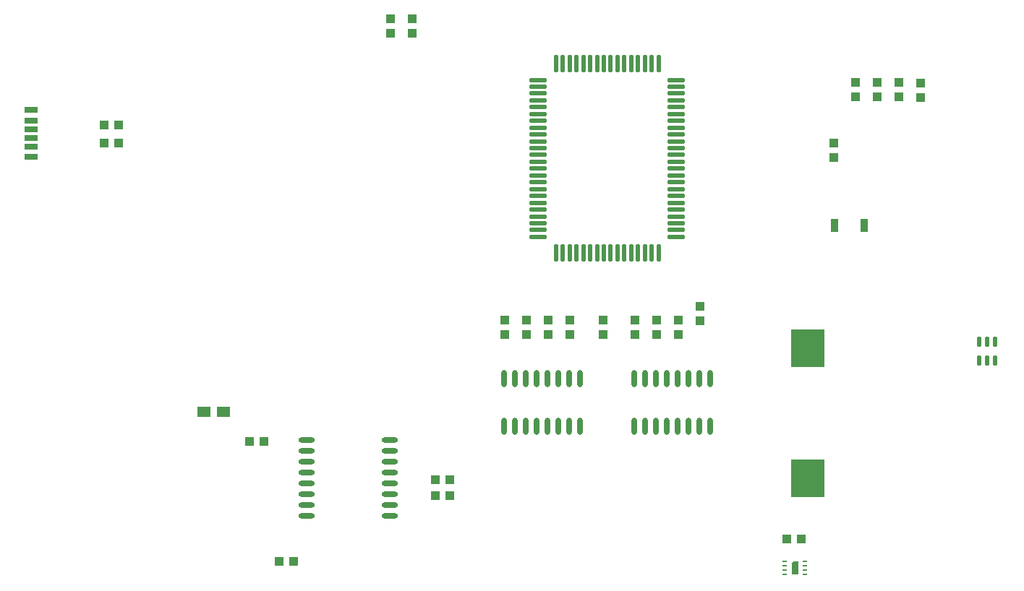
<source format=gtp>
G04*
G04 #@! TF.GenerationSoftware,Altium Limited,Altium Designer,20.0.9 (164)*
G04*
G04 Layer_Color=8421504*
%FSLAX25Y25*%
%MOIN*%
G70*
G01*
G75*
%ADD18R,0.03937X0.04331*%
%ADD19R,0.04331X0.03937*%
%ADD20R,0.03740X0.06496*%
%ADD21C,0.00787*%
G04:AMPARAMS|DCode=22|XSize=9.84mil|YSize=21.65mil|CornerRadius=0.98mil|HoleSize=0mil|Usage=FLASHONLY|Rotation=90.000|XOffset=0mil|YOffset=0mil|HoleType=Round|Shape=RoundedRectangle|*
%AMROUNDEDRECTD22*
21,1,0.00984,0.01968,0,0,90.0*
21,1,0.00787,0.02165,0,0,90.0*
1,1,0.00197,0.00984,0.00394*
1,1,0.00197,0.00984,-0.00394*
1,1,0.00197,-0.00984,-0.00394*
1,1,0.00197,-0.00984,0.00394*
%
%ADD22ROUNDEDRECTD22*%
G04:AMPARAMS|DCode=23|XSize=9.84mil|YSize=21.65mil|CornerRadius=2.46mil|HoleSize=0mil|Usage=FLASHONLY|Rotation=90.000|XOffset=0mil|YOffset=0mil|HoleType=Round|Shape=RoundedRectangle|*
%AMROUNDEDRECTD23*
21,1,0.00984,0.01673,0,0,90.0*
21,1,0.00492,0.02165,0,0,90.0*
1,1,0.00492,0.00837,0.00246*
1,1,0.00492,0.00837,-0.00246*
1,1,0.00492,-0.00837,-0.00246*
1,1,0.00492,-0.00837,0.00246*
%
%ADD23ROUNDEDRECTD23*%
%ADD24R,0.15748X0.17717*%
%ADD25O,0.02400X0.08000*%
G04:AMPARAMS|DCode=26|XSize=43.7mil|YSize=21.65mil|CornerRadius=5.41mil|HoleSize=0mil|Usage=FLASHONLY|Rotation=270.000|XOffset=0mil|YOffset=0mil|HoleType=Round|Shape=RoundedRectangle|*
%AMROUNDEDRECTD26*
21,1,0.04370,0.01083,0,0,270.0*
21,1,0.03287,0.02165,0,0,270.0*
1,1,0.01083,-0.00541,-0.01644*
1,1,0.01083,-0.00541,0.01644*
1,1,0.01083,0.00541,0.01644*
1,1,0.01083,0.00541,-0.01644*
%
%ADD26ROUNDEDRECTD26*%
%ADD27R,0.05906X0.03150*%
%ADD28R,0.05906X0.02992*%
%ADD29R,0.05906X0.02756*%
%ADD30R,0.06000X0.05000*%
%ADD31O,0.07480X0.02362*%
%ADD32O,0.02165X0.08071*%
%ADD33O,0.08071X0.02165*%
G36*
X88074Y-159452D02*
X84926D01*
Y-154498D01*
X85876Y-153548D01*
X88074D01*
Y-159452D01*
D02*
G37*
D18*
X144500Y60654D02*
D03*
Y67347D02*
D03*
X134500Y60807D02*
D03*
Y67500D02*
D03*
X124500Y60807D02*
D03*
Y67500D02*
D03*
X114500Y60807D02*
D03*
Y67500D02*
D03*
X-89900Y96846D02*
D03*
Y90153D02*
D03*
X-99900Y96846D02*
D03*
Y90153D02*
D03*
X104500Y39500D02*
D03*
Y32807D02*
D03*
X-1900Y-48846D02*
D03*
Y-42153D02*
D03*
X42900Y-35654D02*
D03*
Y-42347D02*
D03*
X32600Y-48846D02*
D03*
Y-42153D02*
D03*
X22600Y-48846D02*
D03*
Y-42153D02*
D03*
X12600Y-48846D02*
D03*
Y-42153D02*
D03*
X-17400Y-48846D02*
D03*
Y-42153D02*
D03*
X-27400Y-48846D02*
D03*
Y-42153D02*
D03*
X-37400Y-48846D02*
D03*
Y-42153D02*
D03*
X-47400Y-48846D02*
D03*
Y-42153D02*
D03*
D19*
X-79347Y-123100D02*
D03*
X-72654D02*
D03*
X82807Y-143000D02*
D03*
X89500D02*
D03*
X-144500Y-153500D02*
D03*
X-151193D02*
D03*
X-232000Y39500D02*
D03*
X-225307D02*
D03*
X-232000Y48000D02*
D03*
X-225307D02*
D03*
X-79347Y-115600D02*
D03*
X-72654D02*
D03*
X-158307Y-98000D02*
D03*
X-165000D02*
D03*
D20*
X118390Y1500D02*
D03*
X104610D02*
D03*
D21*
X86500Y-156500D02*
D03*
D22*
X81874Y-155516D02*
D03*
Y-157484D02*
D03*
Y-159453D02*
D03*
X91126D02*
D03*
Y-157484D02*
D03*
Y-155516D02*
D03*
Y-153547D02*
D03*
D23*
X81874D02*
D03*
D24*
X92500Y-115100D02*
D03*
Y-55100D02*
D03*
D25*
X12500Y-69000D02*
D03*
X17500D02*
D03*
X22500D02*
D03*
X27500D02*
D03*
X32500D02*
D03*
X37500D02*
D03*
X42500D02*
D03*
X47500D02*
D03*
Y-91000D02*
D03*
X42500D02*
D03*
X37500D02*
D03*
X32500D02*
D03*
X27500D02*
D03*
X22500D02*
D03*
X17500D02*
D03*
X12500D02*
D03*
X-47500Y-69000D02*
D03*
X-42500D02*
D03*
X-37500D02*
D03*
X-32500D02*
D03*
X-27500D02*
D03*
X-22500D02*
D03*
X-17500D02*
D03*
X-12500D02*
D03*
Y-91000D02*
D03*
X-17500D02*
D03*
X-22500D02*
D03*
X-27500D02*
D03*
X-32500D02*
D03*
X-37500D02*
D03*
X-42500D02*
D03*
X-47500D02*
D03*
D26*
X178740Y-52130D02*
D03*
X175000D02*
D03*
X171260D02*
D03*
Y-60870D02*
D03*
X175000D02*
D03*
X178740D02*
D03*
D27*
X-265724Y33175D02*
D03*
Y54825D02*
D03*
D28*
Y38015D02*
D03*
Y49985D02*
D03*
D29*
Y42030D02*
D03*
Y45970D02*
D03*
D30*
X-177000Y-84500D02*
D03*
X-186000D02*
D03*
D31*
X-138594Y-132500D02*
D03*
Y-127500D02*
D03*
Y-122500D02*
D03*
Y-117500D02*
D03*
Y-112500D02*
D03*
Y-107500D02*
D03*
Y-102500D02*
D03*
Y-97500D02*
D03*
X-100406D02*
D03*
Y-102500D02*
D03*
Y-107500D02*
D03*
Y-112500D02*
D03*
Y-117500D02*
D03*
Y-122500D02*
D03*
Y-127500D02*
D03*
Y-132500D02*
D03*
D32*
X-23622Y76102D02*
D03*
X-20472D02*
D03*
X-17323D02*
D03*
X-14173D02*
D03*
X-11024D02*
D03*
X-7874D02*
D03*
X-4724D02*
D03*
X-1575D02*
D03*
X1575D02*
D03*
X4724D02*
D03*
X7874D02*
D03*
X11024D02*
D03*
X14173D02*
D03*
X17323D02*
D03*
X20472D02*
D03*
X23622D02*
D03*
Y-11102D02*
D03*
X20472D02*
D03*
X17323D02*
D03*
X14173D02*
D03*
X11024D02*
D03*
X7874D02*
D03*
X4724D02*
D03*
X1575D02*
D03*
X-1575D02*
D03*
X-4724D02*
D03*
X-7874D02*
D03*
X-11024D02*
D03*
X-14173D02*
D03*
X-17323D02*
D03*
X-20472D02*
D03*
X-23622D02*
D03*
D33*
X31791Y68721D02*
D03*
Y65571D02*
D03*
Y62421D02*
D03*
Y59272D02*
D03*
Y56122D02*
D03*
Y52972D02*
D03*
Y49823D02*
D03*
Y46673D02*
D03*
Y43524D02*
D03*
Y40374D02*
D03*
Y37224D02*
D03*
Y34075D02*
D03*
Y30925D02*
D03*
Y27776D02*
D03*
Y24626D02*
D03*
Y21476D02*
D03*
Y18327D02*
D03*
Y15177D02*
D03*
Y12028D02*
D03*
Y8878D02*
D03*
Y5728D02*
D03*
Y2579D02*
D03*
Y-571D02*
D03*
Y-3720D02*
D03*
X-31791D02*
D03*
Y-571D02*
D03*
Y2579D02*
D03*
Y5728D02*
D03*
Y8878D02*
D03*
Y12028D02*
D03*
Y15177D02*
D03*
Y18327D02*
D03*
Y21476D02*
D03*
Y24626D02*
D03*
Y27776D02*
D03*
Y30925D02*
D03*
Y34075D02*
D03*
Y37224D02*
D03*
Y40374D02*
D03*
Y43524D02*
D03*
Y46673D02*
D03*
Y49823D02*
D03*
Y52972D02*
D03*
Y56122D02*
D03*
Y59272D02*
D03*
Y62421D02*
D03*
Y65571D02*
D03*
Y68721D02*
D03*
M02*

</source>
